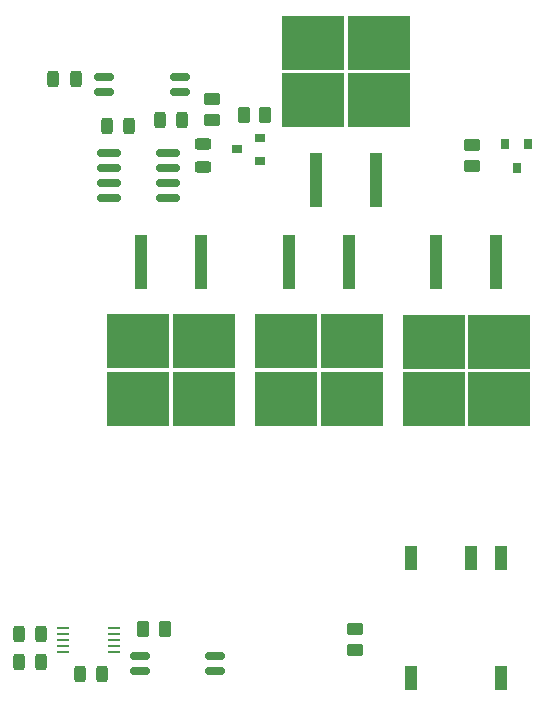
<source format=gtp>
%TF.GenerationSoftware,KiCad,Pcbnew,6.0.0-rc2*%
%TF.CreationDate,2022-01-03T19:22:05-08:00*%
%TF.ProjectId,acorn-power-electronics,61636f72-6e2d-4706-9f77-65722d656c65,rev?*%
%TF.SameCoordinates,Original*%
%TF.FileFunction,Paste,Top*%
%TF.FilePolarity,Positive*%
%FSLAX46Y46*%
G04 Gerber Fmt 4.6, Leading zero omitted, Abs format (unit mm)*
G04 Created by KiCad (PCBNEW 6.0.0-rc2) date 2022-01-03 19:22:05*
%MOMM*%
%LPD*%
G01*
G04 APERTURE LIST*
G04 Aperture macros list*
%AMRoundRect*
0 Rectangle with rounded corners*
0 $1 Rounding radius*
0 $2 $3 $4 $5 $6 $7 $8 $9 X,Y pos of 4 corners*
0 Add a 4 corners polygon primitive as box body*
4,1,4,$2,$3,$4,$5,$6,$7,$8,$9,$2,$3,0*
0 Add four circle primitives for the rounded corners*
1,1,$1+$1,$2,$3*
1,1,$1+$1,$4,$5*
1,1,$1+$1,$6,$7*
1,1,$1+$1,$8,$9*
0 Add four rect primitives between the rounded corners*
20,1,$1+$1,$2,$3,$4,$5,0*
20,1,$1+$1,$4,$5,$6,$7,0*
20,1,$1+$1,$6,$7,$8,$9,0*
20,1,$1+$1,$8,$9,$2,$3,0*%
G04 Aperture macros list end*
%ADD10RoundRect,0.243750X-0.456250X0.243750X-0.456250X-0.243750X0.456250X-0.243750X0.456250X0.243750X0*%
%ADD11RoundRect,0.243750X0.243750X0.456250X-0.243750X0.456250X-0.243750X-0.456250X0.243750X-0.456250X0*%
%ADD12RoundRect,0.243750X-0.243750X-0.456250X0.243750X-0.456250X0.243750X0.456250X-0.243750X0.456250X0*%
%ADD13RoundRect,0.150000X-0.825000X-0.150000X0.825000X-0.150000X0.825000X0.150000X-0.825000X0.150000X0*%
%ADD14R,1.100000X0.250000*%
%ADD15R,5.250000X4.550000*%
%ADD16R,1.100000X4.600000*%
%ADD17RoundRect,0.250000X0.262500X0.450000X-0.262500X0.450000X-0.262500X-0.450000X0.262500X-0.450000X0*%
%ADD18RoundRect,0.150000X-0.662500X-0.150000X0.662500X-0.150000X0.662500X0.150000X-0.662500X0.150000X0*%
%ADD19RoundRect,0.150000X0.662500X0.150000X-0.662500X0.150000X-0.662500X-0.150000X0.662500X-0.150000X0*%
%ADD20R,1.000000X2.100000*%
%ADD21RoundRect,0.250000X0.450000X-0.262500X0.450000X0.262500X-0.450000X0.262500X-0.450000X-0.262500X0*%
%ADD22R,0.800000X0.900000*%
%ADD23RoundRect,0.250000X-0.262500X-0.450000X0.262500X-0.450000X0.262500X0.450000X-0.262500X0.450000X0*%
%ADD24R,0.900000X0.800000*%
%ADD25RoundRect,0.250000X-0.450000X0.262500X-0.450000X-0.262500X0.450000X-0.262500X0.450000X0.262500X0*%
G04 APERTURE END LIST*
D10*
X100200000Y-97562500D03*
X100200000Y-99437500D03*
D11*
X86437500Y-139000000D03*
X84562500Y-139000000D03*
D12*
X96546500Y-95500000D03*
X98421500Y-95500000D03*
X93921500Y-96000000D03*
X92046500Y-96000000D03*
X84562500Y-141400000D03*
X86437500Y-141400000D03*
D13*
X92225000Y-98281000D03*
X92225000Y-99551000D03*
X92225000Y-100821000D03*
X92225000Y-102091000D03*
X97175000Y-102091000D03*
X97175000Y-100821000D03*
X97175000Y-99551000D03*
X97175000Y-98281000D03*
D12*
X89762500Y-142400000D03*
X91637500Y-142400000D03*
X87500000Y-92000000D03*
X89375000Y-92000000D03*
D14*
X88350000Y-138500000D03*
X88350000Y-139000000D03*
X88350000Y-139500000D03*
X88350000Y-140000000D03*
X88350000Y-140500000D03*
X92650000Y-140500000D03*
X92650000Y-140000000D03*
X92650000Y-139500000D03*
X92650000Y-139000000D03*
X92650000Y-138500000D03*
D15*
X107189000Y-114232000D03*
X112739000Y-119082000D03*
X107189000Y-119082000D03*
X112739000Y-114232000D03*
D16*
X112504000Y-107507000D03*
X107424000Y-107507000D03*
D17*
X105444500Y-95110000D03*
X103619500Y-95110000D03*
D15*
X115055000Y-93838000D03*
X109505000Y-88988000D03*
X109505000Y-93838000D03*
X115055000Y-88988000D03*
D16*
X109740000Y-100563000D03*
X114820000Y-100563000D03*
D15*
X100239000Y-119082000D03*
X94689000Y-114232000D03*
X100239000Y-114232000D03*
X94689000Y-119082000D03*
D16*
X100004000Y-107507000D03*
X94924000Y-107507000D03*
D15*
X119689000Y-114256000D03*
X125239000Y-114256000D03*
X119689000Y-119106000D03*
X125239000Y-119106000D03*
D16*
X125004000Y-107531000D03*
X119924000Y-107531000D03*
D18*
X91812500Y-91865000D03*
X91812500Y-93135000D03*
X98187500Y-93135000D03*
X98187500Y-91865000D03*
D19*
X101187500Y-142135000D03*
X101187500Y-140865000D03*
X94812500Y-140865000D03*
X94812500Y-142135000D03*
D20*
X125410000Y-132620500D03*
X122870000Y-132620500D03*
X117790000Y-132620500D03*
X117790000Y-142720500D03*
X125410000Y-142720500D03*
D21*
X100892000Y-95512500D03*
X100892000Y-93687500D03*
D22*
X125768000Y-97536000D03*
X126718000Y-99536000D03*
X127668000Y-97536000D03*
D23*
X95087500Y-138600000D03*
X96912500Y-138600000D03*
D24*
X105002000Y-97028000D03*
X103002000Y-97978000D03*
X105002000Y-98928000D03*
D25*
X113000000Y-138587500D03*
X113000000Y-140412500D03*
X122968000Y-97603500D03*
X122968000Y-99428500D03*
M02*

</source>
